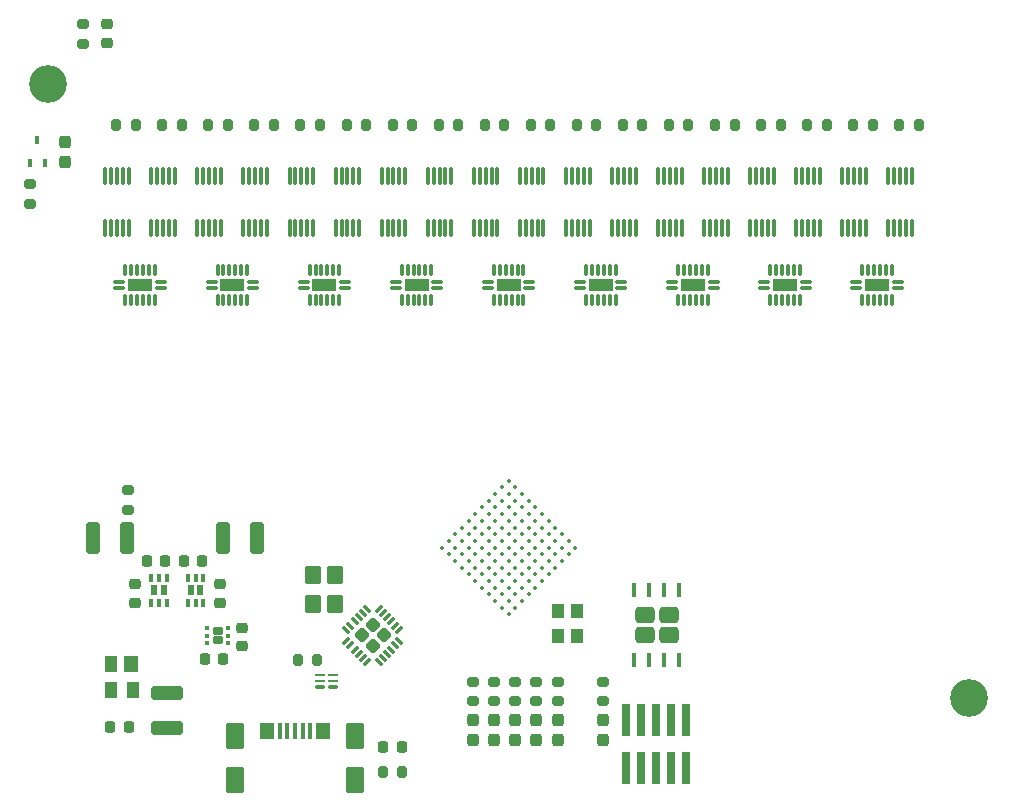
<source format=gtp>
G04 #@! TF.GenerationSoftware,KiCad,Pcbnew,(6.0.6)*
G04 #@! TF.CreationDate,2022-06-27T22:23:26-04:00*
G04 #@! TF.ProjectId,squishy,73717569-7368-4792-9e6b-696361645f70,rev?*
G04 #@! TF.SameCoordinates,PX9634260PY768aae0*
G04 #@! TF.FileFunction,Paste,Top*
G04 #@! TF.FilePolarity,Positive*
%FSLAX46Y46*%
G04 Gerber Fmt 4.6, Leading zero omitted, Abs format (unit mm)*
G04 Created by KiCad (PCBNEW (6.0.6)) date 2022-06-27 22:23:26*
%MOMM*%
%LPD*%
G01*
G04 APERTURE LIST*
G04 Aperture macros list*
%AMRoundRect*
0 Rectangle with rounded corners*
0 $1 Rounding radius*
0 $2 $3 $4 $5 $6 $7 $8 $9 X,Y pos of 4 corners*
0 Add a 4 corners polygon primitive as box body*
4,1,4,$2,$3,$4,$5,$6,$7,$8,$9,$2,$3,0*
0 Add four circle primitives for the rounded corners*
1,1,$1+$1,$2,$3*
1,1,$1+$1,$4,$5*
1,1,$1+$1,$6,$7*
1,1,$1+$1,$8,$9*
0 Add four rect primitives between the rounded corners*
20,1,$1+$1,$2,$3,$4,$5,0*
20,1,$1+$1,$4,$5,$6,$7,0*
20,1,$1+$1,$6,$7,$8,$9,0*
20,1,$1+$1,$8,$9,$2,$3,0*%
G04 Aperture macros list end*
%ADD10RoundRect,0.250600X-0.449400X0.549400X-0.449400X-0.549400X0.449400X-0.549400X0.449400X0.549400X0*%
%ADD11RoundRect,0.250000X0.555000X-0.435000X0.555000X0.435000X-0.555000X0.435000X-0.555000X-0.435000X0*%
%ADD12RoundRect,0.100000X0.100000X-0.500000X0.100000X0.500000X-0.100000X0.500000X-0.100000X-0.500000X0*%
%ADD13RoundRect,0.218750X-0.256250X0.218750X-0.256250X-0.218750X0.256250X-0.218750X0.256250X0.218750X0*%
%ADD14RoundRect,0.200000X-0.275000X0.200000X-0.275000X-0.200000X0.275000X-0.200000X0.275000X0.200000X0*%
%ADD15R,0.400000X1.400000*%
%ADD16R,1.200000X1.400000*%
%ADD17RoundRect,0.200000X-0.600000X-0.900000X0.600000X-0.900000X0.600000X0.900000X-0.600000X0.900000X0*%
%ADD18RoundRect,0.200000X0.200000X0.275000X-0.200000X0.275000X-0.200000X-0.275000X0.200000X-0.275000X0*%
%ADD19RoundRect,0.218750X0.218750X0.256250X-0.218750X0.256250X-0.218750X-0.256250X0.218750X-0.256250X0*%
%ADD20RoundRect,0.172500X0.262500X0.172500X-0.262500X0.172500X-0.262500X-0.172500X0.262500X-0.172500X0*%
%ADD21RoundRect,0.093750X0.093750X0.106250X-0.093750X0.106250X-0.093750X-0.106250X0.093750X-0.106250X0*%
%ADD22RoundRect,0.250000X0.000000X-0.388909X0.388909X0.000000X0.000000X0.388909X-0.388909X0.000000X0*%
%ADD23RoundRect,0.062500X-0.203293X-0.291682X0.291682X0.203293X0.203293X0.291682X-0.291682X-0.203293X0*%
%ADD24RoundRect,0.062500X0.203293X-0.291682X0.291682X-0.203293X-0.203293X0.291682X-0.291682X0.203293X0*%
%ADD25RoundRect,0.225000X-0.250000X0.225000X-0.250000X-0.225000X0.250000X-0.225000X0.250000X0.225000X0*%
%ADD26RoundRect,0.225000X0.225000X0.250000X-0.225000X0.250000X-0.225000X-0.250000X0.225000X-0.250000X0*%
%ADD27R,0.630000X0.820000*%
%ADD28R,0.350000X0.650000*%
%ADD29RoundRect,0.225000X-0.225000X-0.250000X0.225000X-0.250000X0.225000X0.250000X-0.225000X0.250000X0*%
%ADD30C,0.350000*%
%ADD31RoundRect,0.200000X-0.200000X-0.275000X0.200000X-0.275000X0.200000X0.275000X-0.200000X0.275000X0*%
%ADD32R,0.740000X2.790000*%
%ADD33R,1.100000X1.300000*%
%ADD34RoundRect,0.237500X0.237500X-0.287500X0.237500X0.287500X-0.237500X0.287500X-0.237500X-0.287500X0*%
%ADD35RoundRect,0.075000X0.425000X-0.075000X0.425000X0.075000X-0.425000X0.075000X-0.425000X-0.075000X0*%
%ADD36RoundRect,0.075000X0.075000X0.425000X-0.075000X0.425000X-0.075000X-0.425000X0.075000X-0.425000X0*%
%ADD37RoundRect,0.075000X-0.425000X0.075000X-0.425000X-0.075000X0.425000X-0.075000X0.425000X0.075000X0*%
%ADD38RoundRect,0.075000X-0.075000X-0.425000X0.075000X-0.425000X0.075000X0.425000X-0.075000X0.425000X0*%
%ADD39RoundRect,0.200200X-0.849800X-0.349800X0.849800X-0.349800X0.849800X0.349800X-0.849800X0.349800X0*%
%ADD40RoundRect,0.250000X-1.100000X0.325000X-1.100000X-0.325000X1.100000X-0.325000X1.100000X0.325000X0*%
%ADD41RoundRect,0.249550X-1.100450X0.325450X-1.100450X-0.325450X1.100450X-0.325450X1.100450X0.325450X0*%
%ADD42RoundRect,0.075000X0.075000X-0.650000X0.075000X0.650000X-0.075000X0.650000X-0.075000X-0.650000X0*%
%ADD43RoundRect,0.249550X0.325450X1.100450X-0.325450X1.100450X-0.325450X-1.100450X0.325450X-1.100450X0*%
%ADD44RoundRect,0.250000X0.325000X1.100000X-0.325000X1.100000X-0.325000X-1.100000X0.325000X-1.100000X0*%
%ADD45RoundRect,0.200000X0.275000X-0.200000X0.275000X0.200000X-0.275000X0.200000X-0.275000X-0.200000X0*%
%ADD46RoundRect,0.062500X-0.337500X0.062500X-0.337500X-0.062500X0.337500X-0.062500X0.337500X0.062500X0*%
%ADD47RoundRect,0.087500X-0.312500X0.087500X-0.312500X-0.087500X0.312500X-0.087500X0.312500X0.087500X0*%
%ADD48RoundRect,0.237500X-0.237500X0.287500X-0.237500X-0.287500X0.237500X-0.287500X0.237500X0.287500X0*%
%ADD49R,1.000000X1.400000*%
%ADD50C,3.200000*%
%ADD51R,0.450000X0.700000*%
%ADD52RoundRect,0.249550X-0.325450X-1.100450X0.325450X-1.100450X0.325450X1.100450X-0.325450X1.100450X0*%
%ADD53RoundRect,0.250000X-0.325000X-1.100000X0.325000X-1.100000X0.325000X1.100000X-0.325000X1.100000X0*%
G04 APERTURE END LIST*
D10*
G04 #@! TO.C,X1*
X25900000Y18900000D03*
X25900000Y16500000D03*
X27800000Y16500000D03*
X27800000Y18900000D03*
G04 #@! TD*
D11*
G04 #@! TO.C,U26*
X54050000Y15550000D03*
X56050000Y15550000D03*
X54050000Y13850000D03*
X56050000Y13850000D03*
D12*
X53145000Y11700000D03*
X54415000Y11700000D03*
X55685000Y11700000D03*
X56955000Y11700000D03*
X56955000Y17700000D03*
X55685000Y17700000D03*
X54415000Y17700000D03*
X53145000Y17700000D03*
G04 #@! TD*
D13*
G04 #@! TO.C,C1*
X8500000Y65537500D03*
X8500000Y63962500D03*
G04 #@! TD*
D14*
G04 #@! TO.C,R2*
X6500000Y65575000D03*
X6500000Y63925000D03*
G04 #@! TD*
D15*
G04 #@! TO.C,J1*
X23100000Y5700000D03*
X23750000Y5700000D03*
X24400000Y5700000D03*
X25050000Y5700000D03*
X25700000Y5700000D03*
D16*
X22050000Y5700000D03*
X26750000Y5700000D03*
D17*
X19300000Y1600000D03*
X29500000Y1600000D03*
X19300000Y5300000D03*
X29500000Y5300000D03*
G04 #@! TD*
D18*
G04 #@! TO.C,R10*
X33475000Y2250000D03*
X31825000Y2250000D03*
G04 #@! TD*
D19*
G04 #@! TO.C,C11*
X33437500Y4350000D03*
X31862500Y4350000D03*
G04 #@! TD*
D20*
G04 #@! TO.C,U7*
X17850000Y14200000D03*
X17850000Y13400000D03*
D21*
X18737500Y13150000D03*
X18737500Y13800000D03*
X18737500Y14450000D03*
X16962500Y14450000D03*
X16962500Y13800000D03*
X16962500Y13150000D03*
G04 #@! TD*
D22*
G04 #@! TO.C,U14*
X31916035Y13806757D03*
X30996796Y14725996D03*
X30996796Y12887518D03*
X30077557Y13806757D03*
D23*
X28742893Y13320621D03*
X29096447Y12967068D03*
X29450000Y12613514D03*
X29803553Y12259961D03*
X30157107Y11906408D03*
X30510660Y11552854D03*
D24*
X31482932Y11552854D03*
X31836485Y11906408D03*
X32190039Y12259961D03*
X32543592Y12613514D03*
X32897145Y12967068D03*
X33250699Y13320621D03*
D23*
X33250699Y14292893D03*
X32897145Y14646446D03*
X32543592Y15000000D03*
X32190039Y15353553D03*
X31836485Y15707106D03*
X31482932Y16060660D03*
D24*
X30510660Y16060660D03*
X30157107Y15707106D03*
X29803553Y15353553D03*
X29450000Y15000000D03*
X29096447Y14646446D03*
X28742893Y14292893D03*
G04 #@! TD*
D25*
G04 #@! TO.C,C3*
X10850000Y18125000D03*
X10850000Y16575000D03*
G04 #@! TD*
D26*
G04 #@! TO.C,C7*
X18325000Y11800000D03*
X16775000Y11800000D03*
G04 #@! TD*
D27*
G04 #@! TO.C,U5*
X15600000Y17650000D03*
X16400000Y17650000D03*
D28*
X16650000Y18700000D03*
X16000000Y18700000D03*
X15350000Y18700000D03*
X15350000Y16600000D03*
X16000000Y16600000D03*
X16650000Y16600000D03*
G04 #@! TD*
D29*
G04 #@! TO.C,C4*
X11875000Y20100000D03*
X13425000Y20100000D03*
G04 #@! TD*
D30*
G04 #@! TO.C,U19*
X36843146Y21250000D03*
X37408831Y21815685D03*
X37974517Y22381371D03*
X38540202Y22947056D03*
X39105887Y23512742D03*
X39671573Y24078427D03*
X40237258Y24644113D03*
X40802944Y25209798D03*
X41368629Y25775483D03*
X41934315Y26341169D03*
X42500000Y26906854D03*
X37408831Y20684315D03*
X37974517Y21250000D03*
X38540202Y21815685D03*
X39105887Y22381371D03*
X39671573Y22947056D03*
X40237258Y23512742D03*
X40802944Y24078427D03*
X41368629Y24644113D03*
X41934315Y25209798D03*
X42500000Y25775483D03*
X43065685Y26341169D03*
X37974517Y20118629D03*
X38540202Y20684315D03*
X39105887Y21250000D03*
X39671573Y21815685D03*
X40237258Y22381371D03*
X40802944Y22947056D03*
X41368629Y23512742D03*
X41934315Y24078427D03*
X42500000Y24644113D03*
X43065685Y25209798D03*
X43631371Y25775483D03*
X38540202Y19552944D03*
X39105887Y20118629D03*
X39671573Y20684315D03*
X40237258Y21250000D03*
X40802944Y21815685D03*
X41368629Y22381371D03*
X41934315Y22947056D03*
X42500000Y23512742D03*
X43065685Y24078427D03*
X43631371Y24644113D03*
X44197056Y25209798D03*
X39105887Y18987258D03*
X39671573Y19552944D03*
X40237258Y20118629D03*
X40802944Y20684315D03*
X41368629Y21250000D03*
X41934315Y21815685D03*
X42500000Y22381371D03*
X43065685Y22947056D03*
X43631371Y23512742D03*
X44197056Y24078427D03*
X44762742Y24644113D03*
X39671573Y18421573D03*
X40237258Y18987258D03*
X40802944Y19552944D03*
X41368629Y20118629D03*
X41934315Y20684315D03*
X42500000Y21250000D03*
X43065685Y21815685D03*
X43631371Y22381371D03*
X44197056Y22947056D03*
X44762742Y23512742D03*
X45328427Y24078427D03*
X40237258Y17855887D03*
X40802944Y18421573D03*
X41368629Y18987258D03*
X41934315Y19552944D03*
X42500000Y20118629D03*
X43065685Y20684315D03*
X43631371Y21250000D03*
X44197056Y21815685D03*
X44762742Y22381371D03*
X45328427Y22947056D03*
X45894113Y23512742D03*
X40802944Y17290202D03*
X41368629Y17855887D03*
X41934315Y18421573D03*
X42500000Y18987258D03*
X43065685Y19552944D03*
X43631371Y20118629D03*
X44197056Y20684315D03*
X44762742Y21250000D03*
X45328427Y21815685D03*
X45894113Y22381371D03*
X46459798Y22947056D03*
X41368629Y16724517D03*
X41934315Y17290202D03*
X42500000Y17855887D03*
X43065685Y18421573D03*
X43631371Y18987258D03*
X44197056Y19552944D03*
X44762742Y20118629D03*
X45328427Y20684315D03*
X45894113Y21250000D03*
X46459798Y21815685D03*
X47025483Y22381371D03*
X41934315Y16158831D03*
X42500000Y16724517D03*
X43065685Y17290202D03*
X43631371Y17855887D03*
X44197056Y18421573D03*
X44762742Y18987258D03*
X45328427Y19552944D03*
X45894113Y20118629D03*
X46459798Y20684315D03*
X47025483Y21250000D03*
X47591169Y21815685D03*
X42500000Y15593146D03*
X43065685Y16158831D03*
X43631371Y16724517D03*
X44197056Y17290202D03*
X44762742Y17855887D03*
X45328427Y18421573D03*
X45894113Y18987258D03*
X46459798Y19552944D03*
X47025483Y20118629D03*
X47591169Y20684315D03*
X48156854Y21250000D03*
G04 #@! TD*
D25*
G04 #@! TO.C,C10*
X19950000Y14425000D03*
X19950000Y12875000D03*
G04 #@! TD*
D27*
G04 #@! TO.C,U3*
X13300000Y17650000D03*
X12500000Y17650000D03*
D28*
X13550000Y18700000D03*
X12900000Y18700000D03*
X12250000Y18700000D03*
X12250000Y16600000D03*
X12900000Y16600000D03*
X13550000Y16600000D03*
G04 #@! TD*
D31*
G04 #@! TO.C,R6*
X20975000Y57000000D03*
X22625000Y57000000D03*
G04 #@! TD*
D25*
G04 #@! TO.C,C8*
X18050000Y18125000D03*
X18050000Y16575000D03*
G04 #@! TD*
D29*
G04 #@! TO.C,C6*
X14975000Y20100000D03*
X16525000Y20100000D03*
G04 #@! TD*
D18*
G04 #@! TO.C,R7*
X26275000Y11700000D03*
X24625000Y11700000D03*
G04 #@! TD*
D32*
G04 #@! TO.C,J4*
X52460000Y2565000D03*
X52460000Y6635000D03*
X53730000Y2565000D03*
X53730000Y6635000D03*
X55000000Y2565000D03*
X55000000Y6635000D03*
X56270000Y2565000D03*
X56270000Y6635000D03*
X57540000Y2565000D03*
X57540000Y6635000D03*
G04 #@! TD*
D33*
G04 #@! TO.C,X2*
X48325000Y13750000D03*
X48325000Y15850000D03*
X46675000Y15850000D03*
X46675000Y13750000D03*
G04 #@! TD*
D34*
G04 #@! TO.C,D5*
X46650000Y4925000D03*
X46650000Y6675000D03*
G04 #@! TD*
D14*
G04 #@! TO.C,R13*
X39450000Y9875000D03*
X39450000Y8225000D03*
G04 #@! TD*
G04 #@! TO.C,R14*
X41250000Y9875000D03*
X41250000Y8225000D03*
G04 #@! TD*
G04 #@! TO.C,R16*
X43050000Y9875000D03*
X43050000Y8225000D03*
G04 #@! TD*
G04 #@! TO.C,R17*
X44850000Y9875000D03*
X44850000Y8225000D03*
G04 #@! TD*
G04 #@! TO.C,R19*
X46650000Y9875000D03*
X46650000Y8225000D03*
G04 #@! TD*
D34*
G04 #@! TO.C,D2*
X41250000Y4925000D03*
X41250000Y6675000D03*
G04 #@! TD*
G04 #@! TO.C,D3*
X43050000Y4925000D03*
X43050000Y6675000D03*
G04 #@! TD*
G04 #@! TO.C,D1*
X39450000Y4925000D03*
X39450000Y6675000D03*
G04 #@! TD*
G04 #@! TO.C,D4*
X44850000Y4925000D03*
X44850000Y6675000D03*
G04 #@! TD*
G04 #@! TO.C,D6*
X50500000Y4925000D03*
X50500000Y6675000D03*
G04 #@! TD*
D14*
G04 #@! TO.C,R20*
X50500000Y9875000D03*
X50500000Y8225000D03*
G04 #@! TD*
D35*
G04 #@! TO.C,U30*
X64150000Y43250000D03*
D36*
X64650000Y42250000D03*
X65150000Y42250000D03*
X65650000Y42250000D03*
X66150000Y42250000D03*
X66650000Y42250000D03*
X67150000Y42250000D03*
D37*
X67650000Y43250000D03*
X67650000Y43750000D03*
D38*
X67150000Y44750000D03*
X66650000Y44750000D03*
X66150000Y44750000D03*
X65650000Y44750000D03*
X65150000Y44750000D03*
X64650000Y44750000D03*
D35*
X64150000Y43750000D03*
D39*
X65900000Y43500000D03*
G04 #@! TD*
D31*
G04 #@! TO.C,R4*
X13175000Y57000000D03*
X14825000Y57000000D03*
G04 #@! TD*
G04 #@! TO.C,R5*
X17075000Y57000000D03*
X18725000Y57000000D03*
G04 #@! TD*
D40*
G04 #@! TO.C,C5*
X13550000Y8925000D03*
D41*
X13550000Y5975000D03*
G04 #@! TD*
D42*
G04 #@! TO.C,U24*
X51250000Y48300000D03*
X51750000Y48300000D03*
X52250000Y48300000D03*
X52750000Y48300000D03*
X53250000Y48300000D03*
X53250000Y52700000D03*
X52750000Y52700000D03*
X52250000Y52700000D03*
X51750000Y52700000D03*
X51250000Y52700000D03*
G04 #@! TD*
D31*
G04 #@! TO.C,R24*
X59975000Y57000000D03*
X61625000Y57000000D03*
G04 #@! TD*
D43*
G04 #@! TO.C,C9*
X21225000Y22100000D03*
D44*
X18275000Y22100000D03*
G04 #@! TD*
D45*
G04 #@! TO.C,R88*
X10250000Y24450000D03*
X10250000Y26100000D03*
G04 #@! TD*
D42*
G04 #@! TO.C,U21*
X43450000Y48300000D03*
X43950000Y48300000D03*
X44450000Y48300000D03*
X44950000Y48300000D03*
X45450000Y48300000D03*
X45450000Y52700000D03*
X44950000Y52700000D03*
X44450000Y52700000D03*
X43950000Y52700000D03*
X43450000Y52700000D03*
G04 #@! TD*
D46*
G04 #@! TO.C,U12*
X26500000Y10450000D03*
X26500000Y9950000D03*
D47*
X26500000Y9450000D03*
X27600000Y9450000D03*
D46*
X27600000Y9950000D03*
X27600000Y10450000D03*
G04 #@! TD*
D35*
G04 #@! TO.C,U8*
X17350000Y43250000D03*
D36*
X17850000Y42250000D03*
X18350000Y42250000D03*
X18850000Y42250000D03*
X19350000Y42250000D03*
X19850000Y42250000D03*
X20350000Y42250000D03*
D37*
X20850000Y43250000D03*
X20850000Y43750000D03*
D38*
X20350000Y44750000D03*
X19850000Y44750000D03*
X19350000Y44750000D03*
X18850000Y44750000D03*
X18350000Y44750000D03*
X17850000Y44750000D03*
D35*
X17350000Y43750000D03*
D39*
X19100000Y43500000D03*
G04 #@! TD*
D31*
G04 #@! TO.C,R3*
X9275000Y57000000D03*
X10925000Y57000000D03*
G04 #@! TD*
D42*
G04 #@! TO.C,U15*
X31750000Y48300000D03*
X32250000Y48300000D03*
X32750000Y48300000D03*
X33250000Y48300000D03*
X33750000Y48300000D03*
X33750000Y52700000D03*
X33250000Y52700000D03*
X32750000Y52700000D03*
X32250000Y52700000D03*
X31750000Y52700000D03*
G04 #@! TD*
G04 #@! TO.C,U4*
X12250000Y48300000D03*
X12750000Y48300000D03*
X13250000Y48300000D03*
X13750000Y48300000D03*
X14250000Y48300000D03*
X14250000Y52700000D03*
X13750000Y52700000D03*
X13250000Y52700000D03*
X12750000Y52700000D03*
X12250000Y52700000D03*
G04 #@! TD*
D35*
G04 #@! TO.C,U11*
X25150000Y43250000D03*
D36*
X25650000Y42250000D03*
X26150000Y42250000D03*
X26650000Y42250000D03*
X27150000Y42250000D03*
X27650000Y42250000D03*
X28150000Y42250000D03*
D37*
X28650000Y43250000D03*
X28650000Y43750000D03*
D38*
X28150000Y44750000D03*
X27650000Y44750000D03*
X27150000Y44750000D03*
X26650000Y44750000D03*
X26150000Y44750000D03*
X25650000Y44750000D03*
D35*
X25150000Y43750000D03*
D39*
X26900000Y43500000D03*
G04 #@! TD*
D42*
G04 #@! TO.C,U31*
X66850000Y48300000D03*
X67350000Y48300000D03*
X67850000Y48300000D03*
X68350000Y48300000D03*
X68850000Y48300000D03*
X68850000Y52700000D03*
X68350000Y52700000D03*
X67850000Y52700000D03*
X67350000Y52700000D03*
X66850000Y52700000D03*
G04 #@! TD*
D48*
G04 #@! TO.C,D7*
X4900000Y55625000D03*
X4900000Y53875000D03*
G04 #@! TD*
D42*
G04 #@! TO.C,U22*
X47350000Y48300000D03*
X47850000Y48300000D03*
X48350000Y48300000D03*
X48850000Y48300000D03*
X49350000Y48300000D03*
X49350000Y52700000D03*
X48850000Y52700000D03*
X48350000Y52700000D03*
X47850000Y52700000D03*
X47350000Y52700000D03*
G04 #@! TD*
D16*
G04 #@! TO.C,U35*
X10520000Y11400000D03*
D49*
X8800000Y11400000D03*
X8800000Y9200000D03*
X10700000Y9200000D03*
G04 #@! TD*
D35*
G04 #@! TO.C,U27*
X56350000Y43250000D03*
D36*
X56850000Y42250000D03*
X57350000Y42250000D03*
X57850000Y42250000D03*
X58350000Y42250000D03*
X58850000Y42250000D03*
X59350000Y42250000D03*
D37*
X59850000Y43250000D03*
X59850000Y43750000D03*
D38*
X59350000Y44750000D03*
X58850000Y44750000D03*
X58350000Y44750000D03*
X57850000Y44750000D03*
X57350000Y44750000D03*
X56850000Y44750000D03*
D35*
X56350000Y43750000D03*
D39*
X58100000Y43500000D03*
G04 #@! TD*
D35*
G04 #@! TO.C,U33*
X71950000Y43250000D03*
D36*
X72450000Y42250000D03*
X72950000Y42250000D03*
X73450000Y42250000D03*
X73950000Y42250000D03*
X74450000Y42250000D03*
X74950000Y42250000D03*
D37*
X75450000Y43250000D03*
X75450000Y43750000D03*
D38*
X74950000Y44750000D03*
X74450000Y44750000D03*
X73950000Y44750000D03*
X73450000Y44750000D03*
X72950000Y44750000D03*
X72450000Y44750000D03*
D35*
X71950000Y43750000D03*
D39*
X73700000Y43500000D03*
G04 #@! TD*
D31*
G04 #@! TO.C,R27*
X71675000Y57000000D03*
X73325000Y57000000D03*
G04 #@! TD*
G04 #@! TO.C,R9*
X28775000Y57000000D03*
X30425000Y57000000D03*
G04 #@! TD*
G04 #@! TO.C,R22*
X52175000Y57000000D03*
X53825000Y57000000D03*
G04 #@! TD*
D50*
G04 #@! TO.C,H4*
X3500000Y60500000D03*
G04 #@! TD*
D31*
G04 #@! TO.C,R8*
X24875000Y57000000D03*
X26525000Y57000000D03*
G04 #@! TD*
G04 #@! TO.C,R21*
X48275000Y57000000D03*
X49925000Y57000000D03*
G04 #@! TD*
G04 #@! TO.C,R28*
X75575000Y57000000D03*
X77225000Y57000000D03*
G04 #@! TD*
D42*
G04 #@! TO.C,U18*
X39550000Y48300000D03*
X40050000Y48300000D03*
X40550000Y48300000D03*
X41050000Y48300000D03*
X41550000Y48300000D03*
X41550000Y52700000D03*
X41050000Y52700000D03*
X40550000Y52700000D03*
X40050000Y52700000D03*
X39550000Y52700000D03*
G04 #@! TD*
G04 #@! TO.C,U25*
X55150000Y48300000D03*
X55650000Y48300000D03*
X56150000Y48300000D03*
X56650000Y48300000D03*
X57150000Y48300000D03*
X57150000Y52700000D03*
X56650000Y52700000D03*
X56150000Y52700000D03*
X55650000Y52700000D03*
X55150000Y52700000D03*
G04 #@! TD*
D31*
G04 #@! TO.C,R26*
X67775000Y57000000D03*
X69425000Y57000000D03*
G04 #@! TD*
D14*
G04 #@! TO.C,R1*
X1950000Y52025000D03*
X1950000Y50375000D03*
G04 #@! TD*
D35*
G04 #@! TO.C,U2*
X9550000Y43250000D03*
D36*
X10050000Y42250000D03*
X10550000Y42250000D03*
X11050000Y42250000D03*
X11550000Y42250000D03*
X12050000Y42250000D03*
X12550000Y42250000D03*
D37*
X13050000Y43250000D03*
X13050000Y43750000D03*
D38*
X12550000Y44750000D03*
X12050000Y44750000D03*
X11550000Y44750000D03*
X11050000Y44750000D03*
X10550000Y44750000D03*
X10050000Y44750000D03*
D35*
X9550000Y43750000D03*
D39*
X11300000Y43500000D03*
G04 #@! TD*
D35*
G04 #@! TO.C,U16*
X32950000Y43250000D03*
D36*
X33450000Y42250000D03*
X33950000Y42250000D03*
X34450000Y42250000D03*
X34950000Y42250000D03*
X35450000Y42250000D03*
X35950000Y42250000D03*
D37*
X36450000Y43250000D03*
X36450000Y43750000D03*
D38*
X35950000Y44750000D03*
X35450000Y44750000D03*
X34950000Y44750000D03*
X34450000Y44750000D03*
X33950000Y44750000D03*
X33450000Y44750000D03*
D35*
X32950000Y43750000D03*
D39*
X34700000Y43500000D03*
G04 #@! TD*
D35*
G04 #@! TO.C,U20*
X40750000Y43250000D03*
D36*
X41250000Y42250000D03*
X41750000Y42250000D03*
X42250000Y42250000D03*
X42750000Y42250000D03*
X43250000Y42250000D03*
X43750000Y42250000D03*
D37*
X44250000Y43250000D03*
X44250000Y43750000D03*
D38*
X43750000Y44750000D03*
X43250000Y44750000D03*
X42750000Y44750000D03*
X42250000Y44750000D03*
X41750000Y44750000D03*
X41250000Y44750000D03*
D35*
X40750000Y43750000D03*
D39*
X42500000Y43500000D03*
G04 #@! TD*
D31*
G04 #@! TO.C,R23*
X56075000Y57000000D03*
X57725000Y57000000D03*
G04 #@! TD*
G04 #@! TO.C,R11*
X32675000Y57000000D03*
X34325000Y57000000D03*
G04 #@! TD*
D42*
G04 #@! TO.C,U13*
X27850000Y48300000D03*
X28350000Y48300000D03*
X28850000Y48300000D03*
X29350000Y48300000D03*
X29850000Y48300000D03*
X29850000Y52700000D03*
X29350000Y52700000D03*
X28850000Y52700000D03*
X28350000Y52700000D03*
X27850000Y52700000D03*
G04 #@! TD*
D51*
G04 #@! TO.C,Q1*
X1950000Y53800000D03*
X3250000Y53800000D03*
X2600000Y55800000D03*
G04 #@! TD*
D42*
G04 #@! TO.C,U10*
X23950000Y48300000D03*
X24450000Y48300000D03*
X24950000Y48300000D03*
X25450000Y48300000D03*
X25950000Y48300000D03*
X25950000Y52700000D03*
X25450000Y52700000D03*
X24950000Y52700000D03*
X24450000Y52700000D03*
X23950000Y52700000D03*
G04 #@! TD*
G04 #@! TO.C,U17*
X35650000Y48300000D03*
X36150000Y48300000D03*
X36650000Y48300000D03*
X37150000Y48300000D03*
X37650000Y48300000D03*
X37650000Y52700000D03*
X37150000Y52700000D03*
X36650000Y52700000D03*
X36150000Y52700000D03*
X35650000Y52700000D03*
G04 #@! TD*
G04 #@! TO.C,U34*
X74650000Y48300000D03*
X75150000Y48300000D03*
X75650000Y48300000D03*
X76150000Y48300000D03*
X76650000Y48300000D03*
X76650000Y52700000D03*
X76150000Y52700000D03*
X75650000Y52700000D03*
X75150000Y52700000D03*
X74650000Y52700000D03*
G04 #@! TD*
D31*
G04 #@! TO.C,R18*
X44375000Y57000000D03*
X46025000Y57000000D03*
G04 #@! TD*
D42*
G04 #@! TO.C,U1*
X8350000Y48300000D03*
X8850000Y48300000D03*
X9350000Y48300000D03*
X9850000Y48300000D03*
X10350000Y48300000D03*
X10350000Y52700000D03*
X9850000Y52700000D03*
X9350000Y52700000D03*
X8850000Y52700000D03*
X8350000Y52700000D03*
G04 #@! TD*
D31*
G04 #@! TO.C,R25*
X63875000Y57000000D03*
X65525000Y57000000D03*
G04 #@! TD*
D42*
G04 #@! TO.C,U9*
X20050000Y48300000D03*
X20550000Y48300000D03*
X21050000Y48300000D03*
X21550000Y48300000D03*
X22050000Y48300000D03*
X22050000Y52700000D03*
X21550000Y52700000D03*
X21050000Y52700000D03*
X20550000Y52700000D03*
X20050000Y52700000D03*
G04 #@! TD*
G04 #@! TO.C,U28*
X59050000Y48300000D03*
X59550000Y48300000D03*
X60050000Y48300000D03*
X60550000Y48300000D03*
X61050000Y48300000D03*
X61050000Y52700000D03*
X60550000Y52700000D03*
X60050000Y52700000D03*
X59550000Y52700000D03*
X59050000Y52700000D03*
G04 #@! TD*
G04 #@! TO.C,U29*
X62950000Y48300000D03*
X63450000Y48300000D03*
X63950000Y48300000D03*
X64450000Y48300000D03*
X64950000Y48300000D03*
X64950000Y52700000D03*
X64450000Y52700000D03*
X63950000Y52700000D03*
X63450000Y52700000D03*
X62950000Y52700000D03*
G04 #@! TD*
D50*
G04 #@! TO.C,H3*
X81500000Y8500000D03*
G04 #@! TD*
D52*
G04 #@! TO.C,C2*
X7275000Y22100000D03*
D53*
X10225000Y22100000D03*
G04 #@! TD*
D31*
G04 #@! TO.C,R12*
X36575000Y57000000D03*
X38225000Y57000000D03*
G04 #@! TD*
D42*
G04 #@! TO.C,U6*
X16150000Y48300000D03*
X16650000Y48300000D03*
X17150000Y48300000D03*
X17650000Y48300000D03*
X18150000Y48300000D03*
X18150000Y52700000D03*
X17650000Y52700000D03*
X17150000Y52700000D03*
X16650000Y52700000D03*
X16150000Y52700000D03*
G04 #@! TD*
D31*
G04 #@! TO.C,R15*
X40475000Y57000000D03*
X42125000Y57000000D03*
G04 #@! TD*
D42*
G04 #@! TO.C,U32*
X70750000Y48300000D03*
X71250000Y48300000D03*
X71750000Y48300000D03*
X72250000Y48300000D03*
X72750000Y48300000D03*
X72750000Y52700000D03*
X72250000Y52700000D03*
X71750000Y52700000D03*
X71250000Y52700000D03*
X70750000Y52700000D03*
G04 #@! TD*
D29*
G04 #@! TO.C,C70*
X8775000Y6050000D03*
X10325000Y6050000D03*
G04 #@! TD*
D35*
G04 #@! TO.C,U23*
X48550000Y43250000D03*
D36*
X49050000Y42250000D03*
X49550000Y42250000D03*
X50050000Y42250000D03*
X50550000Y42250000D03*
X51050000Y42250000D03*
X51550000Y42250000D03*
D37*
X52050000Y43250000D03*
X52050000Y43750000D03*
D38*
X51550000Y44750000D03*
X51050000Y44750000D03*
X50550000Y44750000D03*
X50050000Y44750000D03*
X49550000Y44750000D03*
X49050000Y44750000D03*
D35*
X48550000Y43750000D03*
D39*
X50300000Y43500000D03*
G04 #@! TD*
M02*

</source>
